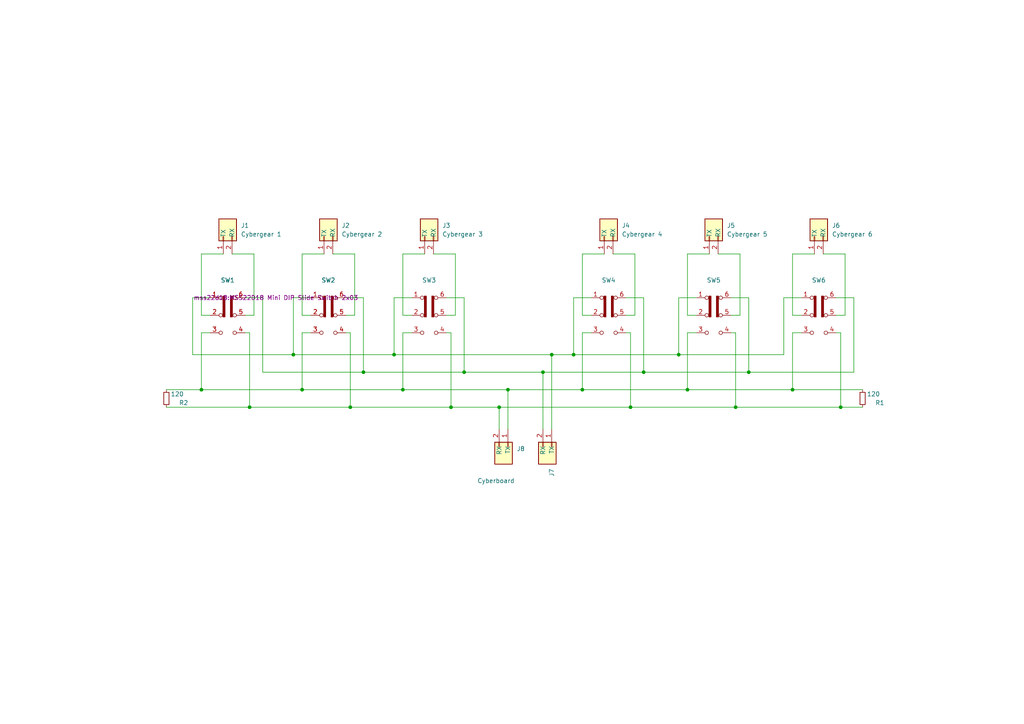
<source format=kicad_sch>
(kicad_sch (version 20231120) (generator "eeschema") (generator_version "8.0")
  (paper "A4")
  (lib_symbols
    (symbol "Connector_Generic:Conn_01x02" (pin_names (offset 1.016))
      (property "Reference" "J1" (at 1.2701 -5.08 90))
      (property "Value" "Conn_01x02" (at -1.2699 -5.08 90))
      (symbol "Conn_01x02_1_1"
        (rectangle (start -1.27 -2.413) (end 0 -2.667) (stroke (width 0.1524)))
        (rectangle (start -1.27 0.127) (end 0 -0.127) (stroke (width 0.1524)))
        (rectangle (start -1.27 1.27) (end 5.08 -3.81) (stroke (width 0.254)) (fill (type background)))
        (pin passive line (at -5.08 0 0) (length 3.81) (name "TX") (number "1"))
        (pin passive line (at -5.08 -2.54 0) (length 3.81) (name "RX") (number "2"))
      )
    )
    (symbol "Device:R_Small" (pin_numbers hide) (pin_names (offset 0.254) hide)
      (property "Reference" "R" (at 0.762 0.508 0))
      (property "Value" "R_Small" (at 0.762 -1.016 0))
      (symbol "R_Small_0_1"
        (rectangle (start -0.762 1.778) (end 0.762 -1.778) (stroke (width 0.2032)))
      )
      (symbol "R_Small_1_1"
        (pin passive line (at 0 2.54 270) (length 0.762) (name "~") (number "1"))
        (pin passive line (at 0 -2.54 90) (length 0.762) (name "~") (number "2"))
      )
    )
    (symbol "Switch:SW_Slide_DPDT" (pin_names (offset 0) hide)
      (property "Reference" "SW" (at 0 6.858 0))
      (property "Value" "SW_Slide_DPDT" (at 0 -8.128 0))
      (symbol "SW_Slide_DPDT_0_0"
        (circle (center -2.032 -5.08) (radius 0.508))
        (circle (center -2.032 5.08) (radius 0.508))
        (circle (center 2.032 -5.08) (radius 0.508))
        (circle (center 2.032 0) (radius 0.508))
      )
      (symbol "SW_Slide_DPDT_0_1"
        (circle (center -2.032 0) (radius 0.508))
        (circle (center 2.032 5.08) (radius 0.508))
      )
      (symbol "SW_Slide_DPDT_1_1"
        (rectangle (start -1.397 5.588) (end -0.762 -0.508) (fill (type outline)))
        (rectangle (start 0.762 5.588) (end 1.397 -0.508) (fill (type outline)))
        (pin passive line (at -5.08 5.08 0) (length 2.54) (name "A") (number "1"))
        (pin passive line (at -5.08 0 0) (length 2.54) (name "B") (number "2"))
        (pin passive line (at -5.08 -5.08 0) (length 2.54) (name "C") (number "3"))
        (pin passive line (at 5.08 -5.08 180) (length 2.54) (name "A") (number "4"))
        (pin passive line (at 5.08 0 180) (length 2.54) (name "B") (number "5"))
        (pin passive line (at 5.08 5.08 180) (length 2.54) (name "C") (number "6"))
      )
    )
  )
  (junction (at 85.09 102.87))
  (junction (at 130.81 118.11))
  (junction (at 87.63 113.03))
  (junction (at 182.88 118.11))
  (junction (at 213.36 118.11))
  (junction (at 217.17 107.95))
  (junction (at 168.91 113.03))
  (junction (at 199.39 113.03))
  (junction (at 116.84 113.03))
  (junction (at 58.42 113.03))
  (junction (at 147.32 113.03))
  (junction (at 105.41 107.95))
  (junction (at 101.6 118.11))
  (junction (at 166.37 102.87))
  (junction (at 144.78 118.11))
  (junction (at 72.39 118.11))
  (junction (at 196.85 102.87))
  (junction (at 243.84 118.11))
  (junction (at 157.48 107.95))
  (junction (at 134.62 107.95))
  (junction (at 186.69 107.95))
  (junction (at 160.02 102.87))
  (junction (at 229.87 113.03))
  (junction (at 114.3 102.87))
  (wire (pts (xy 199.39 73.66) (xy 205.74 73.66)))
  (wire (pts (xy 171.45 96.52) (xy 168.91 96.52)))
  (wire (pts (xy 132.08 73.66) (xy 132.08 91.44)))
  (wire (pts (xy 199.39 91.44) (xy 199.39 73.66)))
  (wire (pts (xy 157.48 107.95) (xy 157.48 124.46)))
  (wire (pts (xy 48.26 113.03) (xy 58.42 113.03)))
  (wire (pts (xy 160.02 102.87) (xy 166.37 102.87)))
  (wire (pts (xy 67.31 73.66) (xy 73.66 73.66)))
  (wire (pts (xy 125.73 73.66) (xy 132.08 73.66)))
  (wire (pts (xy 147.32 113.03) (xy 168.91 113.03)))
  (wire (pts (xy 73.66 91.44) (xy 71.12 91.44)))
  (wire (pts (xy 87.63 91.44) (xy 87.63 73.66)))
  (wire (pts (xy 168.91 113.03) (xy 199.39 113.03)))
  (wire (pts (xy 58.42 73.66) (xy 64.77 73.66)))
  (wire (pts (xy 96.52 73.66) (xy 102.87 73.66)))
  (wire (pts (xy 72.39 96.52) (xy 72.39 118.11)))
  (wire (pts (xy 144.78 118.11) (xy 144.78 124.46)))
  (wire (pts (xy 182.88 96.52) (xy 182.88 118.11)))
  (wire (pts (xy 232.41 86.36) (xy 227.33 86.36)))
  (wire (pts (xy 147.32 113.03) (xy 147.32 124.46)))
  (wire (pts (xy 213.36 96.52) (xy 212.09 96.52)))
  (wire (pts (xy 130.81 96.52) (xy 130.81 118.11)))
  (wire (pts (xy 201.93 86.36) (xy 196.85 86.36)))
  (wire (pts (xy 132.08 91.44) (xy 129.54 91.44)))
  (wire (pts (xy 73.66 73.66) (xy 73.66 91.44)))
  (wire (pts (xy 87.63 73.66) (xy 93.98 73.66)))
  (wire (pts (xy 116.84 96.52) (xy 116.84 113.03)))
  (wire (pts (xy 227.33 86.36) (xy 227.33 102.87)))
  (wire (pts (xy 201.93 96.52) (xy 199.39 96.52)))
  (wire (pts (xy 60.96 86.36) (xy 55.88 86.36)))
  (wire (pts (xy 229.87 113.03) (xy 250.19 113.03)))
  (wire (pts (xy 76.2 107.95) (xy 105.41 107.95)))
  (wire (pts (xy 60.96 96.52) (xy 58.42 96.52)))
  (wire (pts (xy 199.39 96.52) (xy 199.39 113.03)))
  (wire (pts (xy 213.36 96.52) (xy 213.36 118.11)))
  (wire (pts (xy 243.84 96.52) (xy 242.57 96.52)))
  (wire (pts (xy 85.09 102.87) (xy 114.3 102.87)))
  (wire (pts (xy 102.87 91.44) (xy 100.33 91.44)))
  (wire (pts (xy 182.88 96.52) (xy 181.61 96.52)))
  (wire (pts (xy 48.26 118.11) (xy 72.39 118.11)))
  (wire (pts (xy 129.54 86.36) (xy 134.62 86.36)))
  (wire (pts (xy 196.85 86.36) (xy 196.85 102.87)))
  (wire (pts (xy 214.63 91.44) (xy 212.09 91.44)))
  (wire (pts (xy 199.39 91.44) (xy 201.93 91.44)))
  (wire (pts (xy 196.85 102.87) (xy 227.33 102.87)))
  (wire (pts (xy 58.42 91.44) (xy 60.96 91.44)))
  (wire (pts (xy 85.09 86.36) (xy 85.09 102.87)))
  (wire (pts (xy 76.2 86.36) (xy 76.2 107.95)))
  (wire (pts (xy 134.62 86.36) (xy 134.62 107.95)))
  (wire (pts (xy 87.63 91.44) (xy 90.17 91.44)))
  (wire (pts (xy 217.17 86.36) (xy 217.17 107.95)))
  (wire (pts (xy 101.6 96.52) (xy 101.6 118.11)))
  (wire (pts (xy 217.17 107.95) (xy 247.65 107.95)))
  (wire (pts (xy 105.41 107.95) (xy 134.62 107.95)))
  (wire (pts (xy 166.37 102.87) (xy 196.85 102.87)))
  (wire (pts (xy 243.84 96.52) (xy 243.84 118.11)))
  (wire (pts (xy 160.02 102.87) (xy 160.02 124.46)))
  (wire (pts (xy 116.84 113.03) (xy 147.32 113.03)))
  (wire (pts (xy 229.87 96.52) (xy 229.87 113.03)))
  (wire (pts (xy 102.87 73.66) (xy 102.87 91.44)))
  (wire (pts (xy 232.41 96.52) (xy 229.87 96.52)))
  (wire (pts (xy 238.76 73.66) (xy 245.11 73.66)))
  (wire (pts (xy 114.3 102.87) (xy 160.02 102.87)))
  (wire (pts (xy 229.87 91.44) (xy 229.87 73.66)))
  (wire (pts (xy 72.39 96.52) (xy 71.12 96.52)))
  (wire (pts (xy 242.57 86.36) (xy 247.65 86.36)))
  (wire (pts (xy 105.41 86.36) (xy 105.41 107.95)))
  (wire (pts (xy 100.33 86.36) (xy 105.41 86.36)))
  (wire (pts (xy 90.17 96.52) (xy 87.63 96.52)))
  (wire (pts (xy 245.11 73.66) (xy 245.11 91.44)))
  (wire (pts (xy 114.3 86.36) (xy 114.3 102.87)))
  (wire (pts (xy 208.28 73.66) (xy 214.63 73.66)))
  (wire (pts (xy 186.69 86.36) (xy 186.69 107.95)))
  (wire (pts (xy 130.81 96.52) (xy 129.54 96.52)))
  (wire (pts (xy 229.87 91.44) (xy 232.41 91.44)))
  (wire (pts (xy 144.78 118.11) (xy 182.88 118.11)))
  (wire (pts (xy 87.63 96.52) (xy 87.63 113.03)))
  (wire (pts (xy 116.84 91.44) (xy 119.38 91.44)))
  (wire (pts (xy 182.88 118.11) (xy 213.36 118.11)))
  (wire (pts (xy 58.42 91.44) (xy 58.42 73.66)))
  (wire (pts (xy 184.15 91.44) (xy 181.61 91.44)))
  (wire (pts (xy 119.38 86.36) (xy 114.3 86.36)))
  (wire (pts (xy 184.15 73.66) (xy 184.15 91.44)))
  (wire (pts (xy 55.88 102.87) (xy 85.09 102.87)))
  (wire (pts (xy 55.88 86.36) (xy 55.88 102.87)))
  (wire (pts (xy 116.84 91.44) (xy 116.84 73.66)))
  (wire (pts (xy 130.81 118.11) (xy 144.78 118.11)))
  (wire (pts (xy 181.61 86.36) (xy 186.69 86.36)))
  (wire (pts (xy 101.6 118.11) (xy 130.81 118.11)))
  (wire (pts (xy 58.42 96.52) (xy 58.42 113.03)))
  (wire (pts (xy 177.8 73.66) (xy 184.15 73.66)))
  (wire (pts (xy 171.45 86.36) (xy 166.37 86.36)))
  (wire (pts (xy 168.91 91.44) (xy 171.45 91.44)))
  (wire (pts (xy 87.63 113.03) (xy 116.84 113.03)))
  (wire (pts (xy 243.84 118.11) (xy 250.19 118.11)))
  (wire (pts (xy 168.91 96.52) (xy 168.91 113.03)))
  (wire (pts (xy 134.62 107.95) (xy 157.48 107.95)))
  (wire (pts (xy 72.39 118.11) (xy 101.6 118.11)))
  (wire (pts (xy 229.87 73.66) (xy 236.22 73.66)))
  (wire (pts (xy 101.6 96.52) (xy 100.33 96.52)))
  (wire (pts (xy 157.48 107.95) (xy 186.69 107.95)))
  (wire (pts (xy 58.42 113.03) (xy 87.63 113.03)))
  (wire (pts (xy 90.17 86.36) (xy 85.09 86.36)))
  (wire (pts (xy 168.91 73.66) (xy 175.26 73.66)))
  (wire (pts (xy 168.91 91.44) (xy 168.91 73.66)))
  (wire (pts (xy 71.12 86.36) (xy 76.2 86.36)))
  (wire (pts (xy 247.65 86.36) (xy 247.65 107.95)))
  (wire (pts (xy 199.39 113.03) (xy 229.87 113.03)))
  (wire (pts (xy 212.09 86.36) (xy 217.17 86.36)))
  (wire (pts (xy 186.69 107.95) (xy 217.17 107.95)))
  (wire (pts (xy 245.11 91.44) (xy 242.57 91.44)))
  (wire (pts (xy 166.37 86.36) (xy 166.37 102.87)))
  (wire (pts (xy 119.38 96.52) (xy 116.84 96.52)))
  (wire (pts (xy 116.84 73.66) (xy 123.19 73.66)))
  (wire (pts (xy 213.36 118.11) (xy 243.84 118.11)))
  (wire (pts (xy 214.63 73.66) (xy 214.63 91.44)))
  (symbol (lib_id "Device:R_Small") (at 48.26 115.57 180) (unit 1)
    (property "Reference" "R2" (at 54.61 116.84 0) (effects (justify left)))
    (property "Value" "120" (at 53.34 114.3 0) (effects (justify left)))
    (property "Footprint" "Resistor_SMD:R_0805_2012Metric" (effects (hide yes)))
    (property "LCSC" "C17437" (effects (hide yes)))
  )
  (symbol (lib_id "Connector_Generic:Conn_01x02") (at 147.32 129.54 270) (unit 1) (in_bom no)
    (property "Reference" "J8" (at 149.86 130.1749 90) (effects (justify left)))
    (property "Value" "Cyberboard" (at 138.43 139.446 90) (effects (justify left)))
    (property "Footprint" "Connector_JST:JST_XH_S2B-XH-A-1_1x02_P2.50mm_Horizontal" (effects (hide yes)))
    (property "Description" "CAN connector" (effects (hide yes)))
  )
  (symbol (lib_id "Device:R_Small") (at 250.19 115.57 180) (unit 1)
    (property "Reference" "R1" (at 256.54 116.84 0) (effects (justify left)))
    (property "Value" "120" (at 255.27 114.3 0) (effects (justify left)))
    (property "Footprint" "Resistor_SMD:R_0805_2012Metric" (effects (hide yes)))
    (property "LCSC" "C17437" (effects (hide yes)))
  )
  (symbol (lib_id "Switch:SW_Slide_DPDT") (at 124.46 91.44 0) (unit 1) (in_bom no)
    (property "Reference" "SW3" (at 124.46 81.28 0))
    (property "Value" "SW_Slide_DPDT" (effects (hide yes)))
    (property "Footprint" "mss22d18:MSS22D18 Mini DIP Slide Switch 2x03" (effects (hide yes)))
    (property "Description" "Slide Switch, dual pole double throw" (effects (hide yes)))
  )
  (symbol (lib_id "Switch:SW_Slide_DPDT") (at 95.25 91.44 0) (unit 1) (in_bom no)
    (property "Reference" "SW2" (at 95.25 81.28 0))
    (property "Value" "SW_Slide_DPDT" (effects (hide yes)))
    (property "Footprint" "mss22d18:MSS22D18 Mini DIP Slide Switch 2x03" (effects (hide yes)))
    (property "Description" "Slide Switch, dual pole double throw" (effects (hide yes)))
  )
  (symbol (lib_id "Connector_Generic:Conn_01x02") (at 205.74 68.58 90) (unit 1) (in_bom no)
    (property "Reference" "J5" (at 210.82 65.4049 90) (effects (justify right)))
    (property "Value" "Cybergear 5" (at 210.82 67.9449 90) (effects (justify right)))
    (property "Footprint" "Connector_JST:JST_XH_S2B-XH-A-1_1x02_P2.50mm_Horizontal" (effects (hide yes)))
    (property "Description" "CAN connector" (effects (hide yes)))
  )
  (symbol (lib_id "Switch:SW_Slide_DPDT") (at 207.01 91.44 0) (unit 1) (in_bom no)
    (property "Reference" "SW5" (at 207.01 81.28 0))
    (property "Value" "SW_Slide_DPDT" (effects (hide yes)))
    (property "Footprint" "mss22d18:MSS22D18 Mini DIP Slide Switch 2x03" (effects (hide yes)))
    (property "Description" "Slide Switch, dual pole double throw" (effects (hide yes)))
  )
  (symbol (lib_id "Connector_Generic:Conn_01x02") (at 123.19 68.58 90) (unit 1) (in_bom no)
    (property "Reference" "J3" (at 128.27 65.4049 90) (effects (justify right)))
    (property "Value" "Cybergear 3" (at 128.27 67.9449 90) (effects (justify right)))
    (property "Footprint" "Connector_JST:JST_XH_S2B-XH-A-1_1x02_P2.50mm_Horizontal" (effects (hide yes)))
    (property "Description" "CAN connector" (effects (hide yes)))
  )
  (symbol (lib_id "Connector_Generic:Conn_01x02") (at 93.98 68.58 90) (unit 1) (in_bom no)
    (property "Reference" "J2" (at 99.06 65.4049 90) (effects (justify right)))
    (property "Value" "Cybergear 2" (at 99.06 67.9449 90) (effects (justify right)))
    (property "Footprint" "Connector_JST:JST_XH_S2B-XH-A-1_1x02_P2.50mm_Horizontal" (effects (hide yes)))
    (property "Description" "CAN connector" (effects (hide yes)))
  )
  (symbol (lib_id "Connector_Generic:Conn_01x02") (at 175.26 68.58 90) (unit 1) (in_bom no)
    (property "Reference" "J4" (at 180.34 65.4049 90) (effects (justify right)))
    (property "Value" "Cybergear 4" (at 180.34 67.9449 90) (effects (justify right)))
    (property "Footprint" "Connector_JST:JST_XH_S2B-XH-A-1_1x02_P2.50mm_Horizontal" (effects (hide yes)))
    (property "Description" "CAN connector" (effects (hide yes)))
  )
  (symbol (lib_id "Switch:SW_Slide_DPDT") (at 176.53 91.44 0) (unit 1) (in_bom no)
    (property "Reference" "SW4" (at 176.53 81.28 0))
    (property "Value" "SW_Slide_DPDT" (effects (hide yes)))
    (property "Footprint" "mss22d18:MSS22D18 Mini DIP Slide Switch 2x03" (effects (hide yes)))
    (property "Description" "Slide Switch, dual pole double throw" (effects (hide yes)))
  )
  (symbol (lib_id "Switch:SW_Slide_DPDT") (at 66.04 91.44 0) (unit 1) (in_bom no)
    (property "Reference" "SW1" (at 66.04 81.28 0))
    (property "Value" "SW_Slide_DPDT" (effects (hide yes)))
    (property "Footprint" "mss22d18:MSS22D18 Mini DIP Slide Switch 2x03" (at 80.01 86.36 0))
    (property "Description" "Slide Switch, dual pole double throw" (effects (hide yes)))
  )
  (symbol (lib_id "Connector_Generic:Conn_01x02") (at 236.22 68.58 90) (unit 1) (in_bom no)
    (property "Reference" "J6" (at 241.3 65.4049 90) (effects (justify right)))
    (property "Value" "Cybergear 6" (at 241.3 67.9449 90) (effects (justify right)))
    (property "Footprint" "Connector_JST:JST_XH_S2B-XH-A-1_1x02_P2.50mm_Horizontal" (effects (hide yes)))
    (property "Description" "CAN connector" (effects (hide yes)))
  )
  (symbol (lib_id "Switch:SW_Slide_DPDT") (at 237.49 91.44 0) (unit 1) (in_bom no)
    (property "Reference" "SW6" (at 237.49 81.28 0))
    (property "Value" "SW_Slide_DPDT" (effects (hide yes)))
    (property "Footprint" "mss22d18:MSS22D18 Mini DIP Slide Switch 2x03" (effects (hide yes)))
    (property "Description" "Slide Switch, dual pole double throw" (effects (hide yes)))
  )
  (symbol (lib_id "Connector_Generic:Conn_01x02") (at 160.02 129.54 270) (unit 1) (in_bom no)
    (property "Reference" "J7" (at 160.0201 135.89 0) (effects (justify left)))
    (property "Value" "Debug" (effects (hide yes)))
    (property "Footprint" "Connector_JST:JST_XH_S2B-XH-A-1_1x02_P2.50mm_Horizontal" (effects (hide yes)))
    (property "Description" "CAN connector" (effects (hide yes)))
  )
  (symbol (lib_id "Connector_Generic:Conn_01x02") (at 64.77 68.58 90) (unit 1) (in_bom no)
    (property "Reference" "J1" (at 69.85 65.4049 90) (effects (justify right)))
    (property "Value" "Cybergear 1" (at 69.85 67.9449 90) (effects (justify right)))
    (property "Footprint" "Connector_JST:JST_XH_S2B-XH-A-1_1x02_P2.50mm_Horizontal" (effects (hide yes)))
    (property "Description" "CAN connector" (effects (hide yes)))
  )
)
</source>
